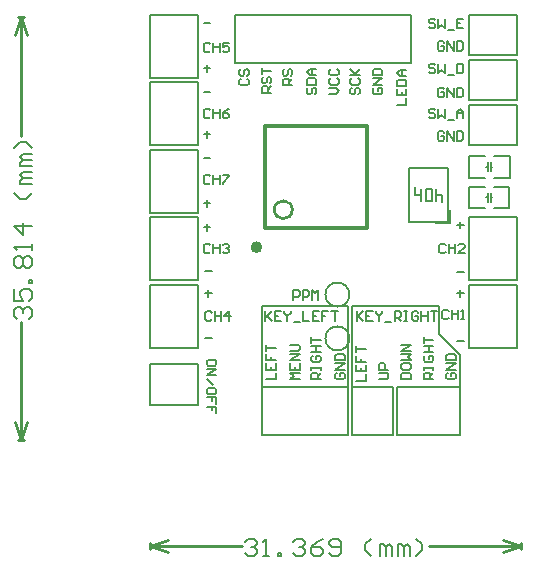
<source format=gto>
G04*
G04 #@! TF.GenerationSoftware,Altium Limited,Altium Designer,22.2.1 (43)*
G04*
G04 Layer_Color=65535*
%FSTAX25Y25*%
%MOIN*%
G70*
G04*
G04 #@! TF.SameCoordinates,2F0A99F2-06B0-42B4-AD1F-80CD01153156*
G04*
G04*
G04 #@! TF.FilePolarity,Positive*
G04*
G01*
G75*
%ADD10C,0.00800*%
%ADD11C,0.02000*%
%ADD12C,0.01000*%
%ADD13C,0.00787*%
%ADD14C,0.00600*%
%ADD15C,0.00591*%
%ADD16C,0.01181*%
D10*
X0067Y00472D02*
G03*
X0067Y00472I-0004J0D01*
G01*
Y00326D02*
G03*
X0067Y00326I-0004J0D01*
G01*
X01152Y00934D02*
X0120393D01*
X0107007D02*
X01122D01*
X0107007Y00862D02*
X01122D01*
X01152D02*
X0120393D01*
Y00934D01*
X0107007Y00862D02*
Y00934D01*
X01151Y00832D02*
X0120293D01*
X0106907D02*
X01121D01*
X0106907Y0076D02*
X01121D01*
X01151D02*
X0120293D01*
Y00832D01*
X0106907Y0076D02*
Y00832D01*
D11*
X0036984Y0063D02*
G03*
X0036984Y0063I-0000984J0D01*
G01*
D12*
X0048Y00755D02*
G03*
X0048Y00755I-0003J0D01*
G01*
X012416Y-00375D02*
Y-00355D01*
X000066Y-00375D02*
Y-00355D01*
X0118159Y-00385D02*
X012416Y-00365D01*
X0118159Y-00345D02*
X012416Y-00365D01*
X000066D02*
X000666Y-00385D01*
X000066Y-00365D02*
X000666Y-00345D01*
X00935Y-00365D02*
X012416D01*
X000066D02*
X0031319D01*
X-00435Y0139591D02*
X-00415D01*
X-00435Y-0001409D02*
X-00415D01*
X-00425Y0139591D02*
X-00405Y013359D01*
X-00445D02*
X-00425Y0139591D01*
Y-0001409D02*
X-00405Y0004591D01*
X-00445D02*
X-00425Y-0001409D01*
Y0100181D02*
Y0139591D01*
Y-0001409D02*
Y0038D01*
D13*
X0038Y00165D02*
Y00435D01*
X0104Y00165D02*
Y0027D01*
X0097Y0034D02*
X0104Y0027D01*
X0097Y0034D02*
Y00435D01*
X0095D02*
X0097D01*
X0068D02*
X0095D01*
X0068Y00165D02*
Y00435D01*
X0038D02*
X00665D01*
Y00165D02*
Y00435D01*
X01004Y0071D02*
Y00755D01*
X00959Y0071D02*
X01003D01*
X0107Y0073D02*
X0123D01*
Y0052D02*
Y0073D01*
X0107Y0052D02*
X0123D01*
X0107D02*
Y0073D01*
X00005Y0052D02*
X00165D01*
X00005D02*
Y0073D01*
X00165D01*
Y0052D02*
Y0073D01*
X0107Y00505D02*
X0123D01*
Y00295D02*
Y00505D01*
X0107Y00295D02*
X0123D01*
X0107D02*
Y00505D01*
X00005Y00295D02*
X00165D01*
X00005D02*
Y00505D01*
X00165D01*
Y00295D02*
Y00505D01*
X0068Y00165D02*
X00815D01*
X0068Y00005D02*
Y00165D01*
Y00005D02*
X00815D01*
Y00165D01*
X0104Y00005D02*
Y00165D01*
X0083Y00005D02*
X0104D01*
X0083D02*
Y00165D01*
X0104D01*
X0038D02*
X00665D01*
X0038Y00005D02*
Y00165D01*
Y00005D02*
X00665D01*
Y00165D01*
X00165Y00105D02*
Y0024D01*
X00005D02*
X00165D01*
X00005Y00105D02*
Y0024D01*
Y00105D02*
X00165D01*
X00005Y00745D02*
X00165D01*
X00005D02*
Y00955D01*
X00165D01*
Y00745D02*
Y00955D01*
X00005Y0097D02*
X00165D01*
X00005D02*
Y0118D01*
X00165D01*
Y0097D02*
Y0118D01*
X00005Y01195D02*
X00165D01*
X00005D02*
Y01405D01*
X00165D01*
Y01195D02*
Y01405D01*
X0107Y0127D02*
Y01405D01*
Y0127D02*
X0123D01*
Y01405D01*
X0107D02*
X0123D01*
X0107Y0112D02*
Y01255D01*
Y0112D02*
X0123D01*
Y01255D01*
X0107D02*
X0123D01*
X0107Y0097D02*
Y01105D01*
Y0097D02*
X0123D01*
Y01105D01*
X0107D02*
X0123D01*
X0029Y01245D02*
X00875D01*
Y01405D01*
X0029D02*
X00875D01*
X0029Y01245D02*
Y01405D01*
D14*
X01142Y00898D02*
X01147D01*
X01127D02*
X01132D01*
Y00883D02*
Y00913D01*
X01142Y00883D02*
Y00913D01*
X01141Y00796D02*
X01146D01*
X01126D02*
X01131D01*
Y00781D02*
Y00811D01*
X01141Y00781D02*
Y00811D01*
X0089Y00805D02*
Y0083D01*
Y00805D02*
X0091D01*
X0098Y0078D02*
Y00805D01*
X0096D02*
X0098D01*
X0096Y00785D02*
Y00825D01*
X0091Y00785D02*
Y00825D01*
X00925Y00785D02*
Y00825D01*
X00945D01*
Y00785D02*
Y00825D01*
X00925Y00785D02*
X00945D01*
X0032319Y-0035101D02*
X0033319Y-0034101D01*
X0035318D01*
X0036318Y-0035101D01*
Y-00361D01*
X0035318Y-00371D01*
X0034318D01*
X0035318D01*
X0036318Y-00381D01*
Y-0039099D01*
X0035318Y-0040099D01*
X0033319D01*
X0032319Y-0039099D01*
X0038317Y-0040099D02*
X0040317D01*
X0039317D01*
Y-0034101D01*
X0038317Y-0035101D01*
X0043316Y-0040099D02*
Y-0039099D01*
X0044315D01*
Y-0040099D01*
X0043316D01*
X0048314Y-0035101D02*
X0049314Y-0034101D01*
X0051313D01*
X0052313Y-0035101D01*
Y-00361D01*
X0051313Y-00371D01*
X0050313D01*
X0051313D01*
X0052313Y-00381D01*
Y-0039099D01*
X0051313Y-0040099D01*
X0049314D01*
X0048314Y-0039099D01*
X0058311Y-0034101D02*
X0056311Y-0035101D01*
X0054312Y-00371D01*
Y-0039099D01*
X0055312Y-0040099D01*
X0057311D01*
X0058311Y-0039099D01*
Y-00381D01*
X0057311Y-00371D01*
X0054312D01*
X006031Y-0039099D02*
X006131Y-0040099D01*
X0063309D01*
X0064309Y-0039099D01*
Y-0035101D01*
X0063309Y-0034101D01*
X006131D01*
X006031Y-0035101D01*
Y-00361D01*
X006131Y-00371D01*
X0064309D01*
X0074305Y-0040099D02*
X0072306Y-00381D01*
Y-00361D01*
X0074305Y-0034101D01*
X0077305Y-0040099D02*
Y-00361D01*
X0078304D01*
X0079304Y-00371D01*
Y-0040099D01*
Y-00371D01*
X0080304Y-00361D01*
X0081303Y-00371D01*
Y-0040099D01*
X0083303D02*
Y-00361D01*
X0084302D01*
X0085302Y-00371D01*
Y-0040099D01*
Y-00371D01*
X0086302Y-00361D01*
X0087301Y-00371D01*
Y-0040099D01*
X0089301D02*
X00913Y-00381D01*
Y-00361D01*
X0089301Y-0034101D01*
X-0043899Y0039D02*
X-0044899Y004D01*
Y0041999D01*
X-0043899Y0042999D01*
X-00429D01*
X-00419Y0041999D01*
Y0040999D01*
Y0041999D01*
X-00409Y0042999D01*
X-0039901D01*
X-0038901Y0041999D01*
Y004D01*
X-0039901Y0039D01*
X-0044899Y0048997D02*
Y0044998D01*
X-00419D01*
X-00429Y0046997D01*
Y0047997D01*
X-00419Y0048997D01*
X-0039901D01*
X-0038901Y0047997D01*
Y0045998D01*
X-0039901Y0044998D01*
X-0038901Y0050996D02*
X-0039901D01*
Y0051996D01*
X-0038901D01*
Y0050996D01*
X-0043899Y0055994D02*
X-0044899Y0056994D01*
Y0058994D01*
X-0043899Y0059993D01*
X-00429D01*
X-00419Y0058994D01*
X-00409Y0059993D01*
X-0039901D01*
X-0038901Y0058994D01*
Y0056994D01*
X-0039901Y0055994D01*
X-00409D01*
X-00419Y0056994D01*
X-00429Y0055994D01*
X-0043899D01*
X-00419Y0056994D02*
Y0058994D01*
X-0038901Y0061993D02*
Y0063992D01*
Y0062992D01*
X-0044899D01*
X-0043899Y0061993D01*
X-0038901Y006999D02*
X-0044899D01*
X-00419Y0066991D01*
Y007099D01*
X-0038901Y0080986D02*
X-00409Y0078987D01*
X-00429D01*
X-0044899Y0080986D01*
X-0038901Y0083985D02*
X-00429D01*
Y0084985D01*
X-00419Y0085985D01*
X-0038901D01*
X-00419D01*
X-00429Y0086984D01*
X-00419Y0087984D01*
X-0038901D01*
Y0089983D02*
X-00429D01*
Y0090983D01*
X-00419Y0091983D01*
X-0038901D01*
X-00419D01*
X-00429Y0092983D01*
X-00419Y0093982D01*
X-0038901D01*
Y0095982D02*
X-00409Y0097981D01*
X-00429D01*
X-0044899Y0095982D01*
D15*
X0087Y00715D02*
Y00895D01*
X01D01*
Y00715D02*
Y00895D01*
X0087Y00715D02*
X01D01*
X0022649Y0023926D02*
Y0024975D01*
X0022124Y00255D01*
X0020025D01*
X00195Y0024975D01*
Y0023926D01*
X0020025Y0023401D01*
X0022124D01*
X0022649Y0023926D01*
X00195Y0022351D02*
X0022649D01*
X00195Y0020252D01*
X0022649D01*
X00195Y0019203D02*
X0021599Y0017104D01*
X0022649Y001448D02*
Y0015529D01*
X0022124Y0016054D01*
X0020025D01*
X00195Y0015529D01*
Y001448D01*
X0020025Y0013955D01*
X0022124D01*
X0022649Y001448D01*
Y0010807D02*
Y0012906D01*
X0021074D01*
Y0011856D01*
Y0012906D01*
X00195D01*
X0022649Y0007658D02*
Y0009757D01*
X0021074D01*
Y0008708D01*
Y0009757D01*
X00195D01*
X0019Y0032574D02*
X0021099D01*
X0019Y0055074D02*
X0021099D01*
X0099876Y0021099D02*
X0099351Y0020574D01*
Y0019525D01*
X0099876Y0019D01*
X0101975D01*
X01025Y0019525D01*
Y0020574D01*
X0101975Y0021099D01*
X0100926D01*
Y002005D01*
X01025Y0022149D02*
X0099351D01*
X01025Y0024248D01*
X0099351D01*
Y0025297D02*
X01025D01*
Y0026871D01*
X0101975Y0027396D01*
X0099876D01*
X0099351Y0026871D01*
Y0025297D01*
X00695Y0041649D02*
Y00385D01*
Y0039549D01*
X0071599Y0041649D01*
X0070025Y0040074D01*
X0071599Y00385D01*
X0074748Y0041649D02*
X0072649D01*
Y00385D01*
X0074748D01*
X0072649Y0040074D02*
X0073698D01*
X0075797Y0041649D02*
Y0041124D01*
X0076847Y0040074D01*
X0077896Y0041124D01*
Y0041649D01*
X0076847Y0040074D02*
Y00385D01*
X0078946Y0037975D02*
X0081045D01*
X0082094Y00385D02*
Y0041649D01*
X0083669D01*
X0084193Y0041124D01*
Y0040074D01*
X0083669Y0039549D01*
X0082094D01*
X0083144D02*
X0084193Y00385D01*
X0085243Y0041649D02*
X0086292D01*
X0085768D01*
Y00385D01*
X0085243D01*
X0086292D01*
X0089966Y0041124D02*
X0089441Y0041649D01*
X0088392D01*
X0087867Y0041124D01*
Y0039025D01*
X0088392Y00385D01*
X0089441D01*
X0089966Y0039025D01*
Y0040074D01*
X0088916D01*
X0091015Y0041649D02*
Y00385D01*
Y0040074D01*
X0093114D01*
Y0041649D01*
Y00385D01*
X0094164Y0041649D02*
X0096263D01*
X0095214D01*
Y00385D01*
X0039Y0041649D02*
Y00385D01*
Y0039549D01*
X0041099Y0041649D01*
X0039525Y0040074D01*
X0041099Y00385D01*
X0044248Y0041649D02*
X0042149D01*
Y00385D01*
X0044248D01*
X0042149Y0040074D02*
X0043198D01*
X0045297Y0041649D02*
Y0041124D01*
X0046347Y0040074D01*
X0047396Y0041124D01*
Y0041649D01*
X0046347Y0040074D02*
Y00385D01*
X0048446Y0037975D02*
X0050545D01*
X0051594Y0041649D02*
Y00385D01*
X0053693D01*
X0056842Y0041649D02*
X0054743D01*
Y00385D01*
X0056842D01*
X0054743Y0040074D02*
X0055792D01*
X0059991Y0041649D02*
X0057891D01*
Y0040074D01*
X0058941D01*
X0057891D01*
Y00385D01*
X006104Y0041649D02*
X0063139D01*
X006209D01*
Y00385D01*
X0098599Y0101124D02*
X0098074Y0101649D01*
X0097025D01*
X00965Y0101124D01*
Y0099025D01*
X0097025Y00985D01*
X0098074D01*
X0098599Y0099025D01*
Y0100074D01*
X0097549D01*
X0099649Y00985D02*
Y0101649D01*
X0101748Y00985D01*
Y0101649D01*
X0102797D02*
Y00985D01*
X0104372D01*
X0104896Y0099025D01*
Y0101124D01*
X0104372Y0101649D01*
X0102797D01*
X0095599Y0108624D02*
X0095074Y0109149D01*
X0094025D01*
X00935Y0108624D01*
Y0108099D01*
X0094025Y0107574D01*
X0095074D01*
X0095599Y010705D01*
Y0106525D01*
X0095074Y0106D01*
X0094025D01*
X00935Y0106525D01*
X0096649Y0109149D02*
Y0106D01*
X0097698Y010705D01*
X0098748Y0106D01*
Y0109149D01*
X0099797Y0105475D02*
X0101896D01*
X0102946Y0106D02*
Y0108099D01*
X0103995Y0109149D01*
X0105045Y0108099D01*
Y0106D01*
Y0107574D01*
X0102946D01*
X0098599Y0115624D02*
X0098074Y0116149D01*
X0097025D01*
X00965Y0115624D01*
Y0113525D01*
X0097025Y0113D01*
X0098074D01*
X0098599Y0113525D01*
Y0114574D01*
X0097549D01*
X0099649Y0113D02*
Y0116149D01*
X0101748Y0113D01*
Y0116149D01*
X0102797D02*
Y0113D01*
X0104372D01*
X0104896Y0113525D01*
Y0115624D01*
X0104372Y0116149D01*
X0102797D01*
X0095599Y0123624D02*
X0095074Y0124149D01*
X0094025D01*
X00935Y0123624D01*
Y0123099D01*
X0094025Y0122574D01*
X0095074D01*
X0095599Y0122049D01*
Y0121525D01*
X0095074Y0121D01*
X0094025D01*
X00935Y0121525D01*
X0096649Y0124149D02*
Y0121D01*
X0097698Y0122049D01*
X0098748Y0121D01*
Y0124149D01*
X0099797Y0120475D02*
X0101896D01*
X0102946Y0124149D02*
Y0121D01*
X010452D01*
X0105045Y0121525D01*
Y0123624D01*
X010452Y0124149D01*
X0102946D01*
X0098599Y0131124D02*
X0098074Y0131649D01*
X0097025D01*
X00965Y0131124D01*
Y0129025D01*
X0097025Y01285D01*
X0098074D01*
X0098599Y0129025D01*
Y0130074D01*
X0097549D01*
X0099649Y01285D02*
Y0131649D01*
X0101748Y01285D01*
Y0131649D01*
X0102797D02*
Y01285D01*
X0104372D01*
X0104896Y0129025D01*
Y0131124D01*
X0104372Y0131649D01*
X0102797D01*
X0095599Y0138624D02*
X0095074Y0139149D01*
X0094025D01*
X00935Y0138624D01*
Y0138099D01*
X0094025Y0137574D01*
X0095074D01*
X0095599Y0137049D01*
Y0136525D01*
X0095074Y0136D01*
X0094025D01*
X00935Y0136525D01*
X0096649Y0139149D02*
Y0136D01*
X0097698Y0137049D01*
X0098748Y0136D01*
Y0139149D01*
X0099797Y0135475D02*
X0101896D01*
X0105045Y0139149D02*
X0102946D01*
Y0136D01*
X0105045D01*
X0102946Y0137574D02*
X0103995D01*
X00483Y00455D02*
Y0048649D01*
X0049874D01*
X0050399Y0048124D01*
Y0047074D01*
X0049874Y0046549D01*
X00483D01*
X0051449Y00455D02*
Y0048649D01*
X0053023D01*
X0053548Y0048124D01*
Y0047074D01*
X0053023Y0046549D01*
X0051449D01*
X0054597Y00455D02*
Y0048649D01*
X0055647Y0047599D01*
X0056696Y0048649D01*
Y00455D01*
X00185Y0069574D02*
X0020599D01*
X0019549Y0070624D02*
Y0068525D01*
X0103Y0054574D02*
X0105099D01*
X0103Y0070374D02*
X0105099D01*
X010405Y0071424D02*
Y0069325D01*
X0103Y0031574D02*
X0105099D01*
X0103Y0047574D02*
X0105099D01*
X010405Y0048624D02*
Y0046525D01*
X0100099Y0041624D02*
X0099574Y0042149D01*
X0098525D01*
X0098Y0041624D01*
Y0039525D01*
X0098525Y0039D01*
X0099574D01*
X0100099Y0039525D01*
X0101149Y0042149D02*
Y0039D01*
Y0040574D01*
X0103248D01*
Y0042149D01*
Y0039D01*
X0104297D02*
X0105347D01*
X0104822D01*
Y0042149D01*
X0104297Y0041624D01*
X0099099Y0063624D02*
X0098574Y0064149D01*
X0097525D01*
X0097Y0063624D01*
Y0061525D01*
X0097525Y0061D01*
X0098574D01*
X0099099Y0061525D01*
X0100149Y0064149D02*
Y0061D01*
Y0062574D01*
X0102248D01*
Y0064149D01*
Y0061D01*
X0105396D02*
X0103297D01*
X0105396Y0063099D01*
Y0063624D01*
X0104871Y0064149D01*
X0103822D01*
X0103297Y0063624D01*
X0095Y0019D02*
X0091851D01*
Y0020574D01*
X0092376Y0021099D01*
X0093426D01*
X009395Y0020574D01*
Y0019D01*
Y002005D02*
X0095Y0021099D01*
X0091851Y0022149D02*
Y0023198D01*
Y0022673D01*
X0095D01*
Y0022149D01*
Y0023198D01*
X0092376Y0026871D02*
X0091851Y0026347D01*
Y0025297D01*
X0092376Y0024772D01*
X0094475D01*
X0095Y0025297D01*
Y0026347D01*
X0094475Y0026871D01*
X0093426D01*
Y0025822D01*
X0091851Y0027921D02*
X0095D01*
X0093426D01*
Y003002D01*
X0091851D01*
X0095D01*
X0091851Y003107D02*
Y0033169D01*
Y0032119D01*
X0095D01*
X0084351Y0019D02*
X00875D01*
Y0020574D01*
X0086975Y0021099D01*
X0084876D01*
X0084351Y0020574D01*
Y0019D01*
Y0023723D02*
Y0022673D01*
X0084876Y0022149D01*
X0086975D01*
X00875Y0022673D01*
Y0023723D01*
X0086975Y0024248D01*
X0084876D01*
X0084351Y0023723D01*
Y0025297D02*
X00875D01*
X008645Y0026347D01*
X00875Y0027396D01*
X0084351D01*
X00875Y0028446D02*
X0084351D01*
X00875Y0030545D01*
X0084351D01*
X0076851Y0019D02*
X0079475D01*
X008Y0019525D01*
Y0020574D01*
X0079475Y0021099D01*
X0076851D01*
X008Y0022149D02*
X0076851D01*
Y0023723D01*
X0077376Y0024248D01*
X0078426D01*
X0078951Y0023723D01*
Y0022149D01*
X0069351Y00185D02*
X00725D01*
Y0020599D01*
X0069351Y0023748D02*
Y0021649D01*
X00725D01*
Y0023748D01*
X0070926Y0021649D02*
Y0022698D01*
X0069351Y0026896D02*
Y0024797D01*
X0070926D01*
Y0025847D01*
Y0024797D01*
X00725D01*
X0069351Y0027946D02*
Y0030045D01*
Y0028995D01*
X00725D01*
X0062876Y0021099D02*
X0062351Y0020574D01*
Y0019525D01*
X0062876Y0019D01*
X0064975D01*
X00655Y0019525D01*
Y0020574D01*
X0064975Y0021099D01*
X0063926D01*
Y002005D01*
X00655Y0022149D02*
X0062351D01*
X00655Y0024248D01*
X0062351D01*
Y0025297D02*
X00655D01*
Y0026871D01*
X0064975Y0027396D01*
X0062876D01*
X0062351Y0026871D01*
Y0025297D01*
X00575Y0019D02*
X0054351D01*
Y0020574D01*
X0054876Y0021099D01*
X0055926D01*
X005645Y0020574D01*
Y0019D01*
Y002005D02*
X00575Y0021099D01*
X0054351Y0022149D02*
Y0023198D01*
Y0022673D01*
X00575D01*
Y0022149D01*
Y0023198D01*
X0054876Y0026871D02*
X0054351Y0026347D01*
Y0025297D01*
X0054876Y0024772D01*
X0056975D01*
X00575Y0025297D01*
Y0026347D01*
X0056975Y0026871D01*
X0055926D01*
Y0025822D01*
X0054351Y0027921D02*
X00575D01*
X0055926D01*
Y003002D01*
X0054351D01*
X00575D01*
X0054351Y003107D02*
Y0033169D01*
Y0032119D01*
X00575D01*
X00505Y0019D02*
X0047351D01*
X0048401Y002005D01*
X0047351Y0021099D01*
X00505D01*
X0047351Y0024248D02*
Y0022149D01*
X00505D01*
Y0024248D01*
X0048926Y0022149D02*
Y0023198D01*
X00505Y0025297D02*
X0047351D01*
X00505Y0027396D01*
X0047351D01*
Y0028446D02*
X0049975D01*
X00505Y0028971D01*
Y003002D01*
X0049975Y0030545D01*
X0047351D01*
X0039351Y0019D02*
X00425D01*
Y0021099D01*
X0039351Y0024248D02*
Y0022149D01*
X00425D01*
Y0024248D01*
X0040926Y0022149D02*
Y0023198D01*
X0039351Y0027396D02*
Y0025297D01*
X0040926D01*
Y0026347D01*
Y0025297D01*
X00425D01*
X0039351Y0028446D02*
Y0030545D01*
Y0029495D01*
X00425D01*
X00185Y0137574D02*
X0020599D01*
X00185Y0114574D02*
X0020599D01*
X00185Y0092574D02*
X0020599D01*
X0019Y0047574D02*
X0021099D01*
X002005Y0048624D02*
Y0046525D01*
X00185Y0077574D02*
X0020599D01*
X0019549Y0078624D02*
Y0076525D01*
X00185Y0100574D02*
X0020599D01*
X0019549Y0101624D02*
Y0099525D01*
X00185Y0122574D02*
X0020599D01*
X0019549Y0123624D02*
Y0121525D01*
X0020599Y0063624D02*
X0020074Y0064149D01*
X0019025D01*
X00185Y0063624D01*
Y0061525D01*
X0019025Y0061D01*
X0020074D01*
X0020599Y0061525D01*
X0021649Y0064149D02*
Y0061D01*
Y0062574D01*
X0023748D01*
Y0064149D01*
Y0061D01*
X0024797Y0063624D02*
X0025322Y0064149D01*
X0026371D01*
X0026896Y0063624D01*
Y0063099D01*
X0026371Y0062574D01*
X0025847D01*
X0026371D01*
X0026896Y006205D01*
Y0061525D01*
X0026371Y0061D01*
X0025322D01*
X0024797Y0061525D01*
X0021099Y0041124D02*
X0020574Y0041649D01*
X0019525D01*
X0019Y0041124D01*
Y0039025D01*
X0019525Y00385D01*
X0020574D01*
X0021099Y0039025D01*
X0022149Y0041649D02*
Y00385D01*
Y0040074D01*
X0024248D01*
Y0041649D01*
Y00385D01*
X0026871D02*
Y0041649D01*
X0025297Y0040074D01*
X0027396D01*
X0020599Y0086624D02*
X0020074Y0087149D01*
X0019025D01*
X00185Y0086624D01*
Y0084525D01*
X0019025Y0084D01*
X0020074D01*
X0020599Y0084525D01*
X0021649Y0087149D02*
Y0084D01*
Y0085574D01*
X0023748D01*
Y0087149D01*
Y0084D01*
X0024797Y0087149D02*
X0026896D01*
Y0086624D01*
X0024797Y0084525D01*
Y0084D01*
X0020599Y0108624D02*
X0020074Y0109149D01*
X0019025D01*
X00185Y0108624D01*
Y0106525D01*
X0019025Y0106D01*
X0020074D01*
X0020599Y0106525D01*
X0021649Y0109149D02*
Y0106D01*
Y0107574D01*
X0023748D01*
Y0109149D01*
Y0106D01*
X0026896Y0109149D02*
X0025847Y0108624D01*
X0024797Y0107574D01*
Y0106525D01*
X0025322Y0106D01*
X0026371D01*
X0026896Y0106525D01*
Y010705D01*
X0026371Y0107574D01*
X0024797D01*
X0020599Y0130624D02*
X0020074Y0131149D01*
X0019025D01*
X00185Y0130624D01*
Y0128525D01*
X0019025Y0128D01*
X0020074D01*
X0020599Y0128525D01*
X0021649Y0131149D02*
Y0128D01*
Y0129574D01*
X0023748D01*
Y0131149D01*
Y0128D01*
X0026896Y0131149D02*
X0024797D01*
Y0129574D01*
X0025847Y0130099D01*
X0026371D01*
X0026896Y0129574D01*
Y0128525D01*
X0026371Y0128D01*
X0025322D01*
X0024797Y0128525D01*
X0030876Y0119099D02*
X0030351Y0118574D01*
Y0117525D01*
X0030876Y0117D01*
X0032975D01*
X00335Y0117525D01*
Y0118574D01*
X0032975Y0119099D01*
X0030876Y0122248D02*
X0030351Y0121723D01*
Y0120673D01*
X0030876Y0120149D01*
X0031401D01*
X0031926Y0120673D01*
Y0121723D01*
X0032451Y0122248D01*
X0032975D01*
X00335Y0121723D01*
Y0120673D01*
X0032975Y0120149D01*
X0041Y01145D02*
X0037851D01*
Y0116074D01*
X0038376Y0116599D01*
X0039426D01*
X003995Y0116074D01*
Y01145D01*
Y011555D02*
X0041Y0116599D01*
X0038376Y0119748D02*
X0037851Y0119223D01*
Y0118173D01*
X0038376Y0117649D01*
X0038901D01*
X0039426Y0118173D01*
Y0119223D01*
X003995Y0119748D01*
X0040475D01*
X0041Y0119223D01*
Y0118173D01*
X0040475Y0117649D01*
X0037851Y0120797D02*
Y0122896D01*
Y0121847D01*
X0041D01*
X0048Y0117D02*
X0044851D01*
Y0118574D01*
X0045376Y0119099D01*
X0046426D01*
X0046951Y0118574D01*
Y0117D01*
Y011805D02*
X0048Y0119099D01*
X0045376Y0122248D02*
X0044851Y0121723D01*
Y0120673D01*
X0045376Y0120149D01*
X0045901D01*
X0046426Y0120673D01*
Y0121723D01*
X0046951Y0122248D01*
X0047475D01*
X0048Y0121723D01*
Y0120673D01*
X0047475Y0120149D01*
X0053376Y0116099D02*
X0052851Y0115574D01*
Y0114525D01*
X0053376Y0114D01*
X0053901D01*
X0054426Y0114525D01*
Y0115574D01*
X005495Y0116099D01*
X0055475D01*
X0056Y0115574D01*
Y0114525D01*
X0055475Y0114D01*
X0052851Y0117149D02*
X0056D01*
Y0118723D01*
X0055475Y0119248D01*
X0053376D01*
X0052851Y0118723D01*
Y0117149D01*
X0056Y0120297D02*
X0053901D01*
X0052851Y0121347D01*
X0053901Y0122396D01*
X0056D01*
X0054426D01*
Y0120297D01*
X0067876Y0116099D02*
X0067351Y0115574D01*
Y0114525D01*
X0067876Y0114D01*
X0068401D01*
X0068926Y0114525D01*
Y0115574D01*
X006945Y0116099D01*
X0069975D01*
X00705Y0115574D01*
Y0114525D01*
X0069975Y0114D01*
X0067876Y0119248D02*
X0067351Y0118723D01*
Y0117673D01*
X0067876Y0117149D01*
X0069975D01*
X00705Y0117673D01*
Y0118723D01*
X0069975Y0119248D01*
X0067351Y0120297D02*
X00705D01*
X006945D01*
X0067351Y0122396D01*
X0068926Y0120822D01*
X00705Y0122396D01*
X0060351Y0114D02*
X006245D01*
X00635Y011505D01*
X006245Y0116099D01*
X0060351D01*
X0060876Y0119248D02*
X0060351Y0118723D01*
Y0117673D01*
X0060876Y0117149D01*
X0062975D01*
X00635Y0117673D01*
Y0118723D01*
X0062975Y0119248D01*
X0060876Y0122396D02*
X0060351Y0121871D01*
Y0120822D01*
X0060876Y0120297D01*
X0062975D01*
X00635Y0120822D01*
Y0121871D01*
X0062975Y0122396D01*
X0075376Y0116099D02*
X0074851Y0115574D01*
Y0114525D01*
X0075376Y0114D01*
X0077475D01*
X0078Y0114525D01*
Y0115574D01*
X0077475Y0116099D01*
X0076426D01*
Y011505D01*
X0078Y0117149D02*
X0074851D01*
X0078Y0119248D01*
X0074851D01*
Y0120297D02*
X0078D01*
Y0121871D01*
X0077475Y0122396D01*
X0075376D01*
X0074851Y0121871D01*
Y0120297D01*
X0082851Y01105D02*
X0086D01*
Y0112599D01*
X0082851Y0115748D02*
Y0113649D01*
X0086D01*
Y0115748D01*
X0084426Y0113649D02*
Y0114698D01*
X0082851Y0116797D02*
X0086D01*
Y0118371D01*
X0085475Y0118896D01*
X0083376D01*
X0082851Y0118371D01*
Y0116797D01*
X0086Y0119946D02*
X0083901D01*
X0082851Y0120995D01*
X0083901Y0122045D01*
X0086D01*
X0084426D01*
Y0119946D01*
D16*
X0039Y00695D02*
X0073Y00695D01*
X0039Y01035D02*
X0073D01*
X0039Y00695D02*
Y01035D01*
X0073D02*
X0073Y00695D01*
M02*

</source>
